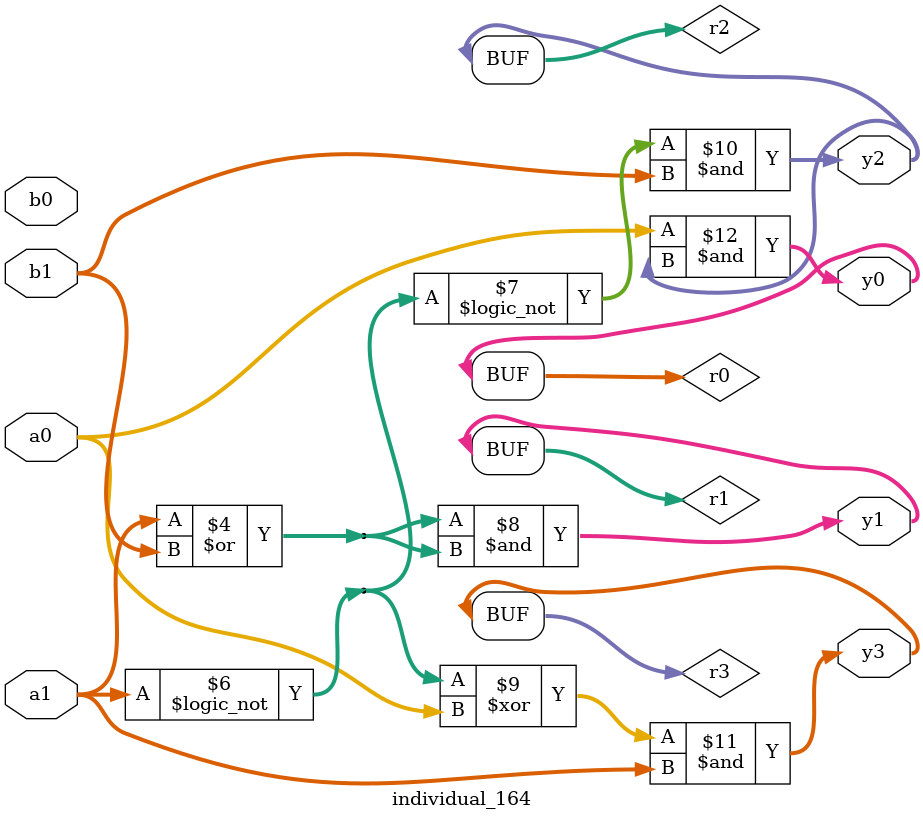
<source format=sv>
module individual_164(input logic [15:0] a1, input logic [15:0] a0, input logic [15:0] b1, input logic [15:0] b0, output logic [15:0] y3, output logic [15:0] y2, output logic [15:0] y1, output logic [15:0] y0);
logic [15:0] r0, r1, r2, r3; 
 always@(*) begin 
	 r0 = a0; r1 = a1; r2 = b0; r3 = b1; 
 	 r3  &=  b1 ;
 	 r2  |=  a1 ;
 	 r1  |=  b1 ;
 	 r2  ^=  a0 ;
 	 r3 = ! a1 ;
 	 r2 = ! r3 ;
 	 r1  &=  r1 ;
 	 r3  ^=  r0 ;
 	 r2  &=  b1 ;
 	 r3  &=  a1 ;
 	 r0  &=  r2 ;
 	 y3 = r3; y2 = r2; y1 = r1; y0 = r0; 
end
endmodule
</source>
